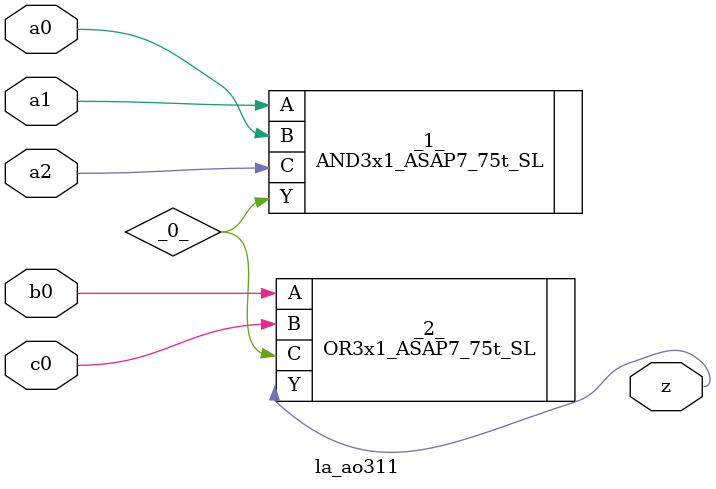
<source format=v>

/* Generated by Yosys 0.44 (git sha1 80ba43d26, g++ 11.4.0-1ubuntu1~22.04 -fPIC -O3) */

(* top =  1  *)
(* src = "generated" *)
(* keep_hierarchy *)
module la_ao311 (
    a0,
    a1,
    a2,
    b0,
    c0,
    z
);
  wire _0_;
  (* src = "generated" *)
  input a0;
  wire a0;
  (* src = "generated" *)
  input a1;
  wire a1;
  (* src = "generated" *)
  input a2;
  wire a2;
  (* src = "generated" *)
  input b0;
  wire b0;
  (* src = "generated" *)
  input c0;
  wire c0;
  (* src = "generated" *)
  output z;
  wire z;
  AND3x1_ASAP7_75t_SL _1_ (
      .A(a1),
      .B(a0),
      .C(a2),
      .Y(_0_)
  );
  OR3x1_ASAP7_75t_SL _2_ (
      .A(b0),
      .B(c0),
      .C(_0_),
      .Y(z)
  );
endmodule

</source>
